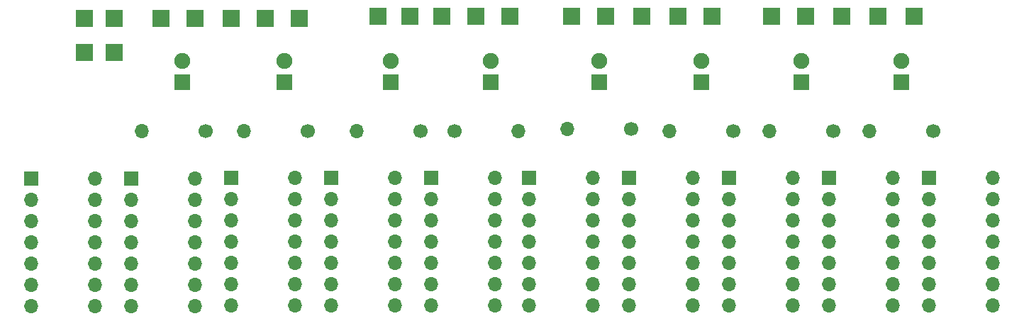
<source format=gbr>
%TF.GenerationSoftware,KiCad,Pcbnew,(5.1.6)-1*%
%TF.CreationDate,2020-11-22T17:26:52+01:00*%
%TF.ProjectId,Addierer,41646469-6572-4657-922e-6b696361645f,rev?*%
%TF.SameCoordinates,Original*%
%TF.FileFunction,Soldermask,Bot*%
%TF.FilePolarity,Negative*%
%FSLAX46Y46*%
G04 Gerber Fmt 4.6, Leading zero omitted, Abs format (unit mm)*
G04 Created by KiCad (PCBNEW (5.1.6)-1) date 2020-11-22 17:26:52*
%MOMM*%
%LPD*%
G01*
G04 APERTURE LIST*
%ADD10O,1.700000X1.700000*%
%ADD11R,1.700000X1.700000*%
%ADD12R,2.100000X2.100000*%
%ADD13R,1.900000X1.900000*%
%ADD14C,1.900000*%
%ADD15C,1.700000*%
G04 APERTURE END LIST*
D10*
%TO.C,U9*%
X129032000Y-44958000D03*
X121412000Y-60198000D03*
X129032000Y-47498000D03*
X121412000Y-57658000D03*
X129032000Y-50038000D03*
X121412000Y-55118000D03*
X129032000Y-52578000D03*
X121412000Y-52578000D03*
X129032000Y-55118000D03*
X121412000Y-50038000D03*
X129032000Y-57658000D03*
X121412000Y-47498000D03*
X129032000Y-60198000D03*
D11*
X121412000Y-44958000D03*
%TD*%
D12*
%TO.C,GND1*%
X36068000Y-29972000D03*
%TD*%
%TO.C,LP_Vcc1*%
X36068000Y-25908000D03*
%TD*%
%TO.C,a1*%
X45720000Y-25908000D03*
%TD*%
%TO.C,b1*%
X50038000Y-25908000D03*
%TD*%
D13*
%TO.C,D1*%
X44196000Y-33528000D03*
D14*
X44196000Y-30988000D03*
%TD*%
%TO.C,D2*%
X56388000Y-30988000D03*
D13*
X56388000Y-33528000D03*
%TD*%
D15*
%TO.C,R1*%
X46990000Y-39370000D03*
D10*
X39370000Y-39370000D03*
%TD*%
%TO.C,R2*%
X51562000Y-39370000D03*
D15*
X59182000Y-39370000D03*
%TD*%
D11*
%TO.C,U1*%
X26213001Y-45059001D03*
D10*
X33833001Y-60299001D03*
X26213001Y-47599001D03*
X33833001Y-57759001D03*
X26213001Y-50139001D03*
X33833001Y-55219001D03*
X26213001Y-52679001D03*
X33833001Y-52679001D03*
X26213001Y-55219001D03*
X33833001Y-50139001D03*
X26213001Y-57759001D03*
X33833001Y-47599001D03*
X26213001Y-60299001D03*
X33833001Y-45059001D03*
%TD*%
D12*
%TO.C,GND1*%
X32512000Y-25908000D03*
%TD*%
%TO.C,\u00DCn+1*%
X58166000Y-25908000D03*
%TD*%
%TO.C,Un1*%
X41656000Y-25908000D03*
%TD*%
%TO.C,S1*%
X54102000Y-25908000D03*
%TD*%
D11*
%TO.C,U2*%
X38100000Y-45009001D03*
D10*
X45720000Y-60249001D03*
X38100000Y-47549001D03*
X45720000Y-57709001D03*
X38100000Y-50089001D03*
X45720000Y-55169001D03*
X38100000Y-52629001D03*
X45720000Y-52629001D03*
X38100000Y-55169001D03*
X45720000Y-50089001D03*
X38100000Y-57709001D03*
X45720000Y-47549001D03*
X38100000Y-60249001D03*
X45720000Y-45009001D03*
%TD*%
D12*
%TO.C,a2*%
X71374000Y-25654000D03*
%TD*%
%TO.C,b2*%
X75184000Y-25654000D03*
%TD*%
D14*
%TO.C,D3*%
X69088000Y-30988000D03*
D13*
X69088000Y-33528000D03*
%TD*%
%TO.C,D4*%
X81026000Y-33528000D03*
D14*
X81026000Y-30988000D03*
%TD*%
D15*
%TO.C,R3*%
X72644000Y-39370000D03*
D10*
X65024000Y-39370000D03*
%TD*%
%TO.C,R4*%
X84328000Y-39370000D03*
D15*
X76708000Y-39370000D03*
%TD*%
D12*
%TO.C,S2*%
X79248000Y-25654000D03*
%TD*%
D11*
%TO.C,U4*%
X61976000Y-44958000D03*
D10*
X69596000Y-60198000D03*
X61976000Y-47498000D03*
X69596000Y-57658000D03*
X61976000Y-50038000D03*
X69596000Y-55118000D03*
X61976000Y-52578000D03*
X69596000Y-52578000D03*
X61976000Y-55118000D03*
X69596000Y-50038000D03*
X61976000Y-57658000D03*
X69596000Y-47498000D03*
X61976000Y-60198000D03*
X69596000Y-44958000D03*
%TD*%
%TO.C,U5*%
X81534000Y-44958000D03*
X73914000Y-60198000D03*
X81534000Y-47498000D03*
X73914000Y-57658000D03*
X81534000Y-50038000D03*
X73914000Y-55118000D03*
X81534000Y-52578000D03*
X73914000Y-52578000D03*
X81534000Y-55118000D03*
X73914000Y-50038000D03*
X81534000Y-57658000D03*
X73914000Y-47498000D03*
X81534000Y-60198000D03*
D11*
X73914000Y-44958000D03*
%TD*%
D12*
%TO.C,Un2*%
X67564000Y-25654000D03*
%TD*%
%TO.C,\u00DCn+2*%
X83312000Y-25654000D03*
%TD*%
%TO.C,GND1*%
X32512000Y-29972000D03*
%TD*%
%TO.C,a3*%
X94742000Y-25654000D03*
%TD*%
%TO.C,a4*%
X118618000Y-25654000D03*
%TD*%
%TO.C,b3*%
X99060000Y-25654000D03*
%TD*%
%TO.C,b4*%
X122936000Y-25654000D03*
%TD*%
D13*
%TO.C,D5*%
X93980000Y-33528000D03*
D14*
X93980000Y-30988000D03*
%TD*%
D13*
%TO.C,D6*%
X106172000Y-33528000D03*
D14*
X106172000Y-30988000D03*
%TD*%
%TO.C,D7*%
X118110000Y-30988000D03*
D13*
X118110000Y-33528000D03*
%TD*%
D14*
%TO.C,D8*%
X130048000Y-30988000D03*
D13*
X130048000Y-33528000D03*
%TD*%
D10*
%TO.C,R5*%
X90170000Y-39116000D03*
D15*
X97790000Y-39116000D03*
%TD*%
%TO.C,R6*%
X109982000Y-39370000D03*
D10*
X102362000Y-39370000D03*
%TD*%
%TO.C,R7*%
X114300000Y-39370000D03*
D15*
X121920000Y-39370000D03*
%TD*%
%TO.C,R8*%
X133858000Y-39370000D03*
D10*
X126238000Y-39370000D03*
%TD*%
D12*
%TO.C,S3*%
X103378000Y-25654000D03*
%TD*%
%TO.C,S4*%
X127254000Y-25654000D03*
%TD*%
D11*
%TO.C,U6*%
X85598000Y-44958000D03*
D10*
X93218000Y-60198000D03*
X85598000Y-47498000D03*
X93218000Y-57658000D03*
X85598000Y-50038000D03*
X93218000Y-55118000D03*
X85598000Y-52578000D03*
X93218000Y-52578000D03*
X85598000Y-55118000D03*
X93218000Y-50038000D03*
X85598000Y-57658000D03*
X93218000Y-47498000D03*
X85598000Y-60198000D03*
X93218000Y-44958000D03*
%TD*%
%TO.C,U7*%
X105156000Y-44958000D03*
X97536000Y-60198000D03*
X105156000Y-47498000D03*
X97536000Y-57658000D03*
X105156000Y-50038000D03*
X97536000Y-55118000D03*
X105156000Y-52578000D03*
X97536000Y-52578000D03*
X105156000Y-55118000D03*
X97536000Y-50038000D03*
X105156000Y-57658000D03*
X97536000Y-47498000D03*
X105156000Y-60198000D03*
D11*
X97536000Y-44958000D03*
%TD*%
%TO.C,U8*%
X133350000Y-44958000D03*
D10*
X140970000Y-60198000D03*
X133350000Y-47498000D03*
X140970000Y-57658000D03*
X133350000Y-50038000D03*
X140970000Y-55118000D03*
X133350000Y-52578000D03*
X140970000Y-52578000D03*
X133350000Y-55118000D03*
X140970000Y-50038000D03*
X133350000Y-57658000D03*
X140970000Y-47498000D03*
X133350000Y-60198000D03*
X140970000Y-44958000D03*
%TD*%
D11*
%TO.C,U10*%
X109474000Y-44958000D03*
D10*
X117094000Y-60198000D03*
X109474000Y-47498000D03*
X117094000Y-57658000D03*
X109474000Y-50038000D03*
X117094000Y-55118000D03*
X109474000Y-52578000D03*
X117094000Y-52578000D03*
X109474000Y-55118000D03*
X117094000Y-50038000D03*
X109474000Y-57658000D03*
X117094000Y-47498000D03*
X109474000Y-60198000D03*
X117094000Y-44958000D03*
%TD*%
D12*
%TO.C,Un3*%
X90678000Y-25654000D03*
%TD*%
%TO.C,Un4*%
X114554000Y-25654000D03*
%TD*%
%TO.C,\u00DCn+3*%
X107442000Y-25654000D03*
%TD*%
%TO.C,\u00DCn+4*%
X131572000Y-25654000D03*
%TD*%
D11*
%TO.C,U3*%
X50038000Y-44958000D03*
D10*
X57658000Y-60198000D03*
X50038000Y-47498000D03*
X57658000Y-57658000D03*
X50038000Y-50038000D03*
X57658000Y-55118000D03*
X50038000Y-52578000D03*
X57658000Y-52578000D03*
X50038000Y-55118000D03*
X57658000Y-50038000D03*
X50038000Y-57658000D03*
X57658000Y-47498000D03*
X50038000Y-60198000D03*
X57658000Y-44958000D03*
%TD*%
M02*

</source>
